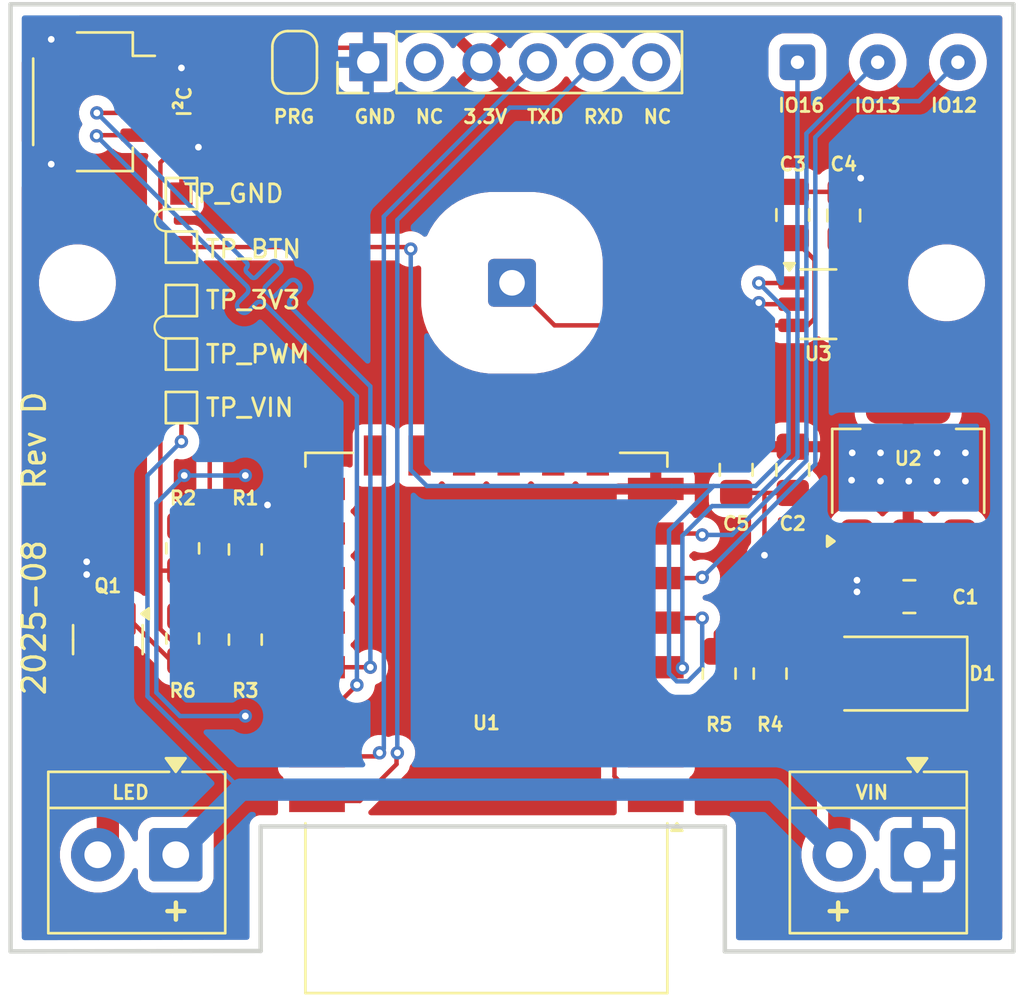
<source format=kicad_pcb>
(kicad_pcb (version 20241229) (generator "pcbnew") (generator_version "9.0")
  (layers (0 "F.Cu" signal) (2 "B.Cu" signal) (13 "F.Paste" user) (15 "B.Paste" user) (5 "F.SilkS" user "F.Silkscreen") (7 "B.SilkS" user "B.Silkscreen") (1 "F.Mask" user) (3 "B.Mask" user) (25 "Edge.Cuts" user))
  (net 0 "")
  (net 1 "GND")
  (net 2 "+12V")
  (net 3 "+3.3V")
  (net 4 "Net-(J1-Pin_2)")
  (net 5 "Net-(Q1-G)")
  (net 6 "Net-(U1-~{RST})")
  (net 7 "Net-(U1-EN)")
  (net 15 "Net-(J3-Pin_1)")
  (net 18 "TXD")
  (net 19 "RXD")
  (net 21 "Net-(D1-K)")
  (net 22 "SCL")
  (net 23 "SDA")
  (net 25 "IO12")
  (net 26 "IO13")
  (net 27 "PROG")
  (net 28 "PWM")
  (net 29 "/BOOT")
  (net 30 "TOUCH")
  (net 31 "IO16")
  (footprint "TerminalBlock_4Ucon:TerminalBlock_4Ucon_1x02_P3.50mm_Horizontal" (layer "F.Cu") (at 184.912 105.664 180)
    (property "Reference" "J1" (hide yes))
    (property "Value" "LED" (at 2.032 2.794 180) (layer "F.SilkS") (effects (font (size 0.6 0.6) (thickness 0.127) (bold yes))))
    (fp_line (start 5.72 3.72) (end 0.3 3.72) (stroke (width 0.12)) (layer "F.SilkS"))
    (fp_line (start 5.72 -3.52) (end 5.72 3.72) (stroke (width 0.12)) (layer "F.SilkS"))
    (fp_line (start -0.3 3.72) (end -2.22 3.72) (stroke (width 0.12)) (layer "F.SilkS"))
    (fp_line (start -2.22 3.72) (end -2.22 -3.52) (stroke (width 0.12)) (layer "F.SilkS"))
    (fp_line (start -2.22 2.1) (end 5.72 2.1) (stroke (width 0.12)) (layer "F.SilkS"))
    (fp_line (start -2.22 -3.52) (end 5.72 -3.52) (stroke (width 0.12)) (layer "F.SilkS"))
    (fp_poly (pts (xy 0 3.72) (xy 0.44 4.33) (xy -0.44 4.33)) (stroke (width 0.12)) (fill yes) (layer "F.SilkS"))
    (pad "1" thru_hole roundrect (at 0 0 180) (size 2.4 2.4) (drill 1.2) (layers "*.Cu" "*.Mask") (roundrect_rratio 0.104167) (net 2 "+12V"))
    (pad "2" thru_hole circle (at 3.5 0 180) (size 2.4 2.4) (drill 1.2) (layers "*.Cu" "*.Mask") (net 4 "Net-(J1-Pin_2)"))
  )
  (footprint "Package_TO_SOT_SMD:SOT-223-3_TabPin2" (layer "F.Cu") (at 217.778384 88.466598 90)
    (property "Reference" "U2" (at 0.582598 0 180) (layer "F.SilkS") (effects (font (size 0.6 0.6) (thickness 0.127))))
    (property "Value" "AMS1117-3.3" (hide yes))
    (fp_line (start 1.91 -3.41) (end 1.91 -2.15) (stroke (width 0.12)) (layer "F.SilkS"))
    (fp_line (start -1.85 -3.41) (end 1.91 -3.41) (stroke (width 0.12)) (layer "F.SilkS"))
    (fp_line (start 1.91 3.41) (end 1.91 2.15) (stroke (width 0.12)) (layer "F.SilkS"))
    (fp_line (start -1.85 3.41) (end 1.91 3.41) (stroke (width 0.12)) (layer "F.SilkS"))
    (fp_poly (pts (xy -3.13 -3.31) (xy -3.37 -3.64) (xy -2.89 -3.64) (xy -3.13 -3.31)) (stroke (width 0.12)) (fill yes) (layer "F.SilkS"))
    (pad "1" smd roundrect (at -3.15 -2.3 90) (size 2 1.5) (layers "F.Cu" "F.Mask" "F.Paste") (net 1 "GND"))
    (pad "2" smd roundrect (at -3.15 0 90) (size 2 1.5) (layers "F.Cu" "F.Mask" "F.Paste") (net 3 "+3.3V"))
    (pad "2" smd roundrect (at 3.15 0 90) (size 2 3.8) (layers "F.Cu" "F.Mask" "F.Paste") (net 3 "+3.3V"))
    (pad "3" smd roundrect (at -3.15 2.3 90) (size 2 1.5) (layers "F.Cu" "F.Mask" "F.Paste") (net 21 "Net-(D1-K)"))
  )
  (footprint "Capacitor_SMD:C_0805_2012Metric_Pad1.18x1.45mm_HandSolder" (layer "F.Cu") (at 212.598 88.392 -90)
    (property "Reference" "C2" (at 2.413 0 0) (layer "F.SilkS") (effects (font (size 0.6 0.6) (thickness 0.127))))
    (property "Value" "10µF" (hide yes))
    (fp_line (start -0.261252 0.735) (end 0.261252 0.735) (stroke (width 0.12)) (layer "F.SilkS"))
    (fp_line (start -0.261252 -0.735) (end 0.261252 -0.735) (stroke (width 0.12)) (layer "F.SilkS"))
    (pad "1" smd roundrect (at -1.0375 0 270) (size 1.175 1.45) (layers "F.Cu" "F.Mask" "F.Paste") (roundrect_rratio 0.212766) (net 3 "+3.3V"))
    (pad "2" smd roundrect (at 1.0375 0 270) (size 1.175 1.45) (layers "F.Cu" "F.Mask" "F.Paste") (roundrect_rratio 0.212766) (net 1 "GND"))
  )
  (footprint "Resistor_SMD:R_0805_2012Metric_Pad1.20x1.40mm_HandSolder" (layer "F.Cu") (at 209.296 97.536 -90)
    (property "Reference" "R5" (at 2.286 0 0) (layer "F.SilkS") (effects (font (size 0.6 0.6) (thickness 0.127))))
    (property "Value" "10k" (hide yes))
    (fp_line (start -0.227064 0.735) (end 0.227064 0.735) (stroke (width 0.12)) (layer "F.SilkS"))
    (fp_line (start -0.227064 -0.735) (end 0.227064 -0.735) (stroke (width 0.12)) (layer "F.SilkS"))
    (pad "1" smd roundrect (at -1 0 270) (size 1.2 1.4) (layers "F.Cu" "F.Mask" "F.Paste") (roundrect_rratio 0.208333) (net 3 "+3.3V"))
    (pad "2" smd roundrect (at 1 0 270) (size 1.2 1.4) (layers "F.Cu" "F.Mask" "F.Paste") (roundrect_rratio 0.208333) (net 7 "Net-(U1-EN)"))
  )
  (footprint "TerminalBlock_4Ucon:TerminalBlock_4Ucon_1x02_P3.50mm_Horizontal" (layer "F.Cu") (at 218.186 105.664 180)
    (property "Reference" "J2" (hide yes))
    (property "Value" "VIN" (at 2.032 2.794 180) (layer "F.SilkS") (effects (font (size 0.6 0.6) (thickness 0.127) (bold yes))))
    (fp_line (start 5.72 3.72) (end 0.3 3.72) (stroke (width 0.12)) (layer "F.SilkS"))
    (fp_line (start 5.72 -3.52) (end 5.72 3.72) (stroke (width 0.12)) (layer "F.SilkS"))
    (fp_line (start -0.3 3.72) (end -2.22 3.72) (stroke (width 0.12)) (layer "F.SilkS"))
    (fp_line (start -2.22 3.72) (end -2.22 -3.52) (stroke (width 0.12)) (layer "F.SilkS"))
    (fp_line (start -2.22 2.1) (end 5.72 2.1) (stroke (width 0.12)) (layer "F.SilkS"))
    (fp_line (start -2.22 -3.52) (end 5.72 -3.52) (stroke (width 0.12)) (layer "F.SilkS"))
    (fp_poly (pts (xy 0 3.72) (xy 0.44 4.33) (xy -0.44 4.33)) (stroke (width 0.12)) (fill yes) (layer "F.SilkS"))
    (pad "1" thru_hole roundrect (at 0 0 180) (size 2.4 2.4) (drill 1.2) (layers "*.Cu" "*.Mask") (roundrect_rratio 0.104167) (net 1 "GND"))
    (pad "2" thru_hole circle (at 3.5 0 180) (size 2.4 2.4) (drill 1.2) (layers "*.Cu" "*.Mask") (net 2 "+12V"))
  )
  (footprint "MountingHole:MountingHole_3.2mm_M3" (layer "F.Cu") (at 180.5 80)
    (property "Reference" "H1" (hide yes))
    (property "Value" "MountingHole" (hide yes))
    (pad "" np_thru_hole circle (at 0 0) (size 3.2 3.2) (drill 3.2) (layers "*.Cu" "*.Mask"))
  )
  (footprint "TestPoint:TestPoint_Pad_1.0x1.0mm" (layer "F.Cu") (at 185.166 75.9968)
    (property "Reference" "TP4" (hide yes))
    (property "Value" "TP_GND" (at 2.345547 0 0) (layer "F.SilkS") (effects (font (size 0.8 0.8) (thickness 0.127))))
    (fp_line (start -0.7 -0.7) (end 0.7 -0.7) (stroke (width 0.12)) (layer "F.SilkS"))
    (fp_line (start -0.7 0.7) (end -0.7 -0.7) (stroke (width 0.12)) (layer "F.SilkS"))
    (fp_line (start 0.7 -0.7) (end 0.7 0.7) (stroke (width 0.12)) (layer "F.SilkS"))
    (fp_line (start 0.7 0.7) (end -0.7 0.7) (stroke (width 0.12)) (layer "F.SilkS"))
    (pad "1" smd rect (at 0 0) (size 1 1) (layers "F.Cu" "F.Mask") (net 1 "GND"))
  )
  (footprint "TestPoint:TestPoint_Pad_1.0x1.0mm" (layer "F.Cu") (at 185.166 80.7974 90)
    (property "Reference" "TP3" (hide yes))
    (property "Value" "TP_3V3" (at 0.0254 1.016 180) (layer "F.SilkS") (effects (font (size 0.8 0.8) (thickness 0.127) (bold yes)) (justify left)))
    (fp_line (start 0.7 -0.7) (end 0.7 0.7) (stroke (width 0.12)) (layer "F.SilkS"))
    (fp_line (start -0.7 -0.7) (end 0.7 -0.7) (stroke (width 0.12)) (layer "F.SilkS"))
    (fp_line (start 0.7 0.7) (end -0.7 0.7) (stroke (width 0.12)) (layer "F.SilkS"))
    (fp_line (start -0.7 0.7) (end -0.7 -0.7) (stroke (width 0.12)) (layer "F.SilkS"))
    (pad "1" smd rect (at 0 0 90) (size 1 1) (layers "F.Cu" "F.Mask") (net 3 "+3.3V"))
  )
  (footprint "TestPoint:TestPoint_Pad_1.0x1.0mm" (layer "F.Cu") (at 185.166 85.598)
    (property "Reference" "TP5" (hide yes))
    (property "Value" "TP_VIN" (at 1.016 0 0) (layer "F.SilkS") (effects (font (size 0.8 0.8) (thickness 0.127)) (justify left)))
    (fp_line (start -0.7 -0.7) (end 0.7 -0.7) (stroke (width 0.12)) (layer "F.SilkS"))
    (fp_line (start -0.7 0.7) (end -0.7 -0.7) (stroke (width 0.12)) (layer "F.SilkS"))
    (fp_line (start 0.7 -0.7) (end 0.7 0.7) (stroke (width 0.12)) (layer "F.SilkS"))
    (fp_line (start 0.7 0.7) (end -0.7 0.7) (stroke (width 0.12)) (layer "F.SilkS"))
    (pad "1" smd rect (at 0 0) (size 1 1) (layers "F.Cu" "F.Mask") (net 2 "+12V"))
  )
  (footprint "Capacitor_SMD:C_0805_2012Metric_Pad1.18x1.45mm_HandSolder" (layer "F.Cu") (at 214.884 76.9785 90)
    (property "Reference" "C4" (at 2.3025 0 0) (layer "F.SilkS") (effects (font (size 0.6 0.6) (thickness 0.127) (bold yes))))
    (property "Value" "1 µF" (hide yes))
    (fp_line (start -0.261252 -0.735) (end 0.261252 -0.735) (stroke (width 0.12)) (layer "F.SilkS"))
    (fp_line (start -0.261252 0.735) (end 0.261252 0.735) (stroke (width 0.12)) (layer "F.SilkS"))
    (pad "1" smd roundrect (at -1.0375 0 90) (size 1.175 1.45) (layers "F.Cu" "F.Mask" "F.Paste") (roundrect_rratio 0.212766) (net 3 "+3.3V"))
    (pad "2" smd roundrect (at 1.0375 0 90) (size 1.175 1.45) (layers "F.Cu" "F.Mask" "F.Paste") (roundrect_rratio 0.212766) (net 1 "GND"))
  )
  (footprint "Connector_JST:JST_SH_SM04B-SRSS-TB_1x04-1MP_P1.00mm_Horizontal" (layer "F.Cu") (at 181.199 71.876 -90)
    (property "Reference" "J5" (hide yes))
    (property "Value" "I²C" (at 0 -4.094 90) (layer "F.SilkS") (effects (font (size 0.6 0.6) (thickness 0.127))))
    (fp_line (start -1.94 2.685) (end 1.94 2.685) (stroke (width 0.12)) (layer "F.SilkS"))
    (fp_line (start -3.11 0.715) (end -3.11 -1.785) (stroke (width 0.12)) (layer "F.SilkS"))
    (fp_line (start 3.11 0.715) (end 3.11 -1.785) (stroke (width 0.12)) (layer "F.SilkS"))
    (fp_line (start -3.11 -1.785) (end -2.06 -1.785) (stroke (width 0.12)) (layer "F.SilkS"))
    (fp_line (start -2.06 -1.785) (end -2.06 -2.775) (stroke (width 0.12)) (layer "F.SilkS"))
    (fp_line (start 3.11 -1.785) (end 2.06 -1.785) (stroke (width 0.12)) (layer "F.SilkS"))
    (pad "1" smd roundrect (at -1.5 -2 270) (size 0.6 1.55) (layers "F.Cu" "F.Mask" "F.Paste") (net 1 "GND"))
    (pad "2" smd roundrect (at -0.5 -2 270) (size 0.6 1.55) (layers "F.Cu" "F.Mask" "F.Paste") (net 3 "+3.3V"))
    (pad "3" smd roundrect (at 0.5 -2 270) (size 0.6 1.55) (layers "F.Cu" "F.Mask" "F.Paste") (net 23 "SDA"))
    (pad "4" smd roundrect (at 1.5 -2 270) (size 0.6 1.55) (layers "F.Cu" "F.Mask" "F.Paste") (net 22 "SCL"))
    (pad "MP" smd roundrect (at -2.8 1.875 270) (size 1.2 1.8) (layers "F.Cu" "F.Mask" "F.Paste") (roundrect_rratio 0.208333) (net 1 "GND"))
    (pad "MP" smd roundrect (at 2.8 1.875 270) (size 1.2 1.8) (layers "F.Cu" "F.Mask" "F.Paste") (roundrect_rratio 0.208333) (net 1 "GND"))
  )
  (footprint "Diode_SMD:D_SMA" (layer "F.Cu") (at 216.916 97.536 180)
    (property "Reference" "D1" (at -4.191 0 0) (layer "F.SilkS") (effects (font (size 0.6 0.6) (thickness 0.127))))
    (property "Value" "SS14" (hide yes))
    (fp_line (start -3.51 1.65) (end 2 1.65) (stroke (width 0.12)) (layer "F.SilkS"))
    (fp_line (start -3.51 -1.65) (end 2 -1.65) (stroke (width 0.12)) (layer "F.SilkS"))
    (fp_line (start -3.51 -1.65) (end -3.51 1.65) (stroke (width 0.12)) (layer "F.SilkS"))
    (pad "1" smd roundrect (at -2 0 180) (size 2.5 1.8) (layers "F.Cu" "F.Mask" "F.Paste") (roundrect_rratio 0.1388888889) (net 21 "Net-(D1-K)"))
    (pad "2" smd roundrect (at 2 0 180) (size 2.5 1.8) (layers "F.Cu" "F.Mask" "F.Paste") (roundrect_rratio 0.1388888889) (net 2 "+12V"))
  )
  (footprint "Resistor_SMD:R_0805_2012Metric_Pad1.20x1.40mm_HandSolder" (layer "F.Cu") (at 188.0335 96.012 90)
    (property "Reference" "R3" (at -2.286 0 180) (layer "F.SilkS") (effects (font (size 0.6 0.6) (thickness 0.127))))
    (property "Value" "10k" (hide yes))
    (fp_line (start -0.227064 -0.735) (end 0.227064 -0.735) (stroke (width 0.12)) (layer "F.SilkS"))
    (fp_line (start -0.227064 0.735) (end 0.227064 0.735) (stroke (width 0.12)) (layer "F.SilkS"))
    (pad "1" smd roundrect (at -1 0 90) (size 1.2 1.4) (layers "F.Cu" "F.Mask" "F.Paste") (roundrect_rratio 0.208333) (net 3 "+3.3V"))
    (pad "2" smd roundrect (at 1 0 90) (size 1.2 1.4) (layers "F.Cu" "F.Mask" "F.Paste") (roundrect_rratio 0.208333) (net 29 "/BOOT"))
  )
  (footprint "TestPoint:TestPoint_Pad_1.0x1.0mm" (layer "F.Cu") (at 185.166 83.1977 90)
    (property "Reference" "TP1" (hide yes))
    (property "Value" "TP_PWM" (at 0 1.016 180) (layer "F.SilkS") (effects (font (size 0.8 0.8) (thickness 0.127) (bold yes)) (justify left)))
    (fp_line (start 0.7 -0.7) (end 0.7 0.7) (stroke (width 0.12)) (layer "F.SilkS"))
    (fp_line (start -0.7 -0.7) (end 0.7 -0.7) (stroke (width 0.12)) (layer "F.SilkS"))
    (fp_line (start 0.7 0.7) (end -0.7 0.7) (stroke (width 0.12)) (layer "F.SilkS"))
    (fp_line (start -0.7 0.7) (end -0.7 -0.7) (stroke (width 0.12)) (layer "F.SilkS"))
    (pad "1" smd rect (at 0 0 90) (size 1 1) (layers "F.Cu" "F.Mask") (net 28 "PWM"))
  )
  (footprint "Jumper:SolderJumper-2_P1.3mm_Bridged_RoundedPad1.0x1.5mm" (layer "F.Cu") (at 190.246 70.104 90)
    (property "Reference" "JP1" (hide yes))
    (property "Value" "PROG" (hide yes))
    (fp_poly (pts (xy 0.25 -0.3) (xy -0.25 -0.3) (xy -0.25 0.3) (xy 0.25 0.3)) (fill yes) (layer "F.Cu"))
    (fp_line (start -0.7 -1) (end 0.7 -1) (stroke (width 0.12)) (layer "F.SilkS"))
    (fp_line (start 1.4 -0.3) (end 1.4 0.3) (stroke (width 0.12)) (layer "F.SilkS"))
    (fp_line (start -1.4 0.3) (end -1.4 -0.3) (stroke (width 0.12)) (layer "F.SilkS"))
    (fp_line (start 0.7 1) (end -0.7 1) (stroke (width 0.12)) (layer "F.SilkS"))
    (fp_arc (start 0.7 -1) (mid 1.194975 -0.794975) (end 1.4 -0.3) (stroke (width 0.12)) (layer "F.SilkS"))
    (fp_arc (start -1.4 -0.3) (mid -1.194975 -0.794975) (end -0.7 -1) (stroke (width 0.12)) (layer "F.SilkS"))
    (fp_arc (start 1.4 0.3) (mid 1.194975 0.794975) (end 0.7 1) (stroke (width 0.12)) (layer "F.SilkS"))
    (fp_arc (start -0.7 1) (mid -1.194975 0.794975) (end -1.4 0.3) (stroke (width 0.12)) (layer "F.SilkS"))
    (pad "1" smd custom (at -0.65 0 90) (size 1 0.5) (layers "F.Cu" "F.Mask") (net 27 "PROG") (options (clearance outline) (anchor rect)) (primitives (gr_circle (center 0 0.25) (end 0.5 0.25) (width 0) (fill yes)) (gr_circle (center 0 -0.25) (end 0.5 -0.25) (width 0) (fill yes)) (gr_poly (pts (xy 0.5 0.75) (xy 0 0.75) (xy 0 -0.75) (xy 0.5 -0.75)) (width 0) (fill yes))))
    (pad "2" smd custom (at 0.65 0 90) (size 1 0.5) (layers "F.Cu" "F.Mask") (net 1 "GND") (options (clearance outline) (anchor rect)) (primitives (gr_circle (center 0 0.25) (end 0.5 0.25) (width 0) (fill yes)) (gr_circle (center 0 -0.25) (end 0.5 -0.25) (width 0) (fill yes)) (gr_poly (pts (xy 0 0.75) (xy -0.5 0.75) (xy -0.5 -0.75) (xy 0 -0.75)) (width 0) (fill yes))))
  )
  (footprint "Connector_Wire:SolderWire-0.1sqmm_1x03_P3.6mm_D0.4mm_OD1mm" (layer "F.Cu") (at 212.808 70.104)
    (property "Reference" "J6" (hide yes))
    (property "Value" "SPI" (hide yes))
    (pad "1" thru_hole roundrect (at 0 0) (size 1.6 1.6) (drill 0.6) (layers "*.Cu" "*.Mask") (roundrect_rratio 0.15625) (net 31 "IO16"))
    (pad "2" thru_hole circle (at 3.6 0) (size 1.6 1.6) (drill 0.6) (layers "*.Cu" "*.Mask") (net 26 "IO13"))
    (pad "3" thru_hole circle (at 7.2 0) (size 1.6 1.6) (drill 0.6) (layers "*.Cu" "*.Mask") (net 25 "IO12"))
  )
  (footprint "Package_TO_SOT_SMD:SOT-23-6" (layer "F.Cu") (at 213.7465 80.96)
    (property "Reference" "U3" (at 0 2.225 0) (layer "F.SilkS") (effects (font (size 0.6 0.6) (thickness 0.127))))
    (property "Value" "TTP223-BA6" (hide yes))
    (fp_line (start 0 -1.56) (end -0.8 -1.56) (stroke (width 0.12)) (layer "F.SilkS"))
    (fp_line (start 0 -1.56) (end 0.8 -1.56) (stroke (width 0.12)) (layer "F.SilkS"))
    (fp_line (start 0 1.56) (end -0.8 1.56) (stroke (width 0.12)) (layer "F.SilkS"))
    (fp_line (start 0 1.56) (end 0.8 1.56) (stroke (width 0.12)) (layer "F.SilkS"))
    (fp_poly (pts (xy -1.3 -1.51) (xy -1.54 -1.84) (xy -1.06 -1.84)) (stroke (width 0.12)) (fill yes) (layer "F.SilkS"))
    (pad "1" smd roundrect (at -1.1375 -0.95) (size 1.325 0.6) (layers "F.Cu" "F.Mask" "F.Paste") (net 30 "TOUCH"))
    (pad "2" smd roundrect (at -1.1375 0) (size 1.325 0.6) (layers "F.Cu" "F.Mask" "F.Paste") (net 1 "GND"))
    (pad "3" smd roundrect (at -1.1375 0.95) (size 1.325 0.6) (layers "F.Cu" "F.Mask" "F.Paste") (net 15 "Net-(J3-Pin_1)"))
    (pad "4" smd roundrect (at 1.1375 0.95) (size 1.325 0.6) (layers "F.Cu" "F.Mask" "F.Paste"))
    (pad "5" smd roundrect (at 1.1375 0) (size 1.325 0.6) (layers "F.Cu" "F.Mask" "F.Paste") (net 3 "+3.3V"))
    (pad "6" smd roundrect (at 1.1375 -0.95) (size 1.325 0.6) (layers "F.Cu" "F.Mask" "F.Paste"))
  )
  (footprint "Capacitor_SMD:C_0805_2012Metric_Pad1.18x1.45mm_HandSolder" (layer "F.Cu") (at 217.8304 94.0816 180)
    (property "Reference" "C1" (at -2.5146 -0.0254 180) (layer "F.SilkS") (effects (font (size 0.6 0.6) (thickness 0.127))))
    (property "Value" "10 µF" (hide yes))
    (fp_line (start -0.261252 0.735) (end 0.261252 0.735) (stroke (width 0.12)) (layer "F.SilkS"))
    (fp_line (start -0.261252 -0.735) (end 0.261252 -0.735) (stroke (width 0.12)) (layer "F.SilkS"))
    (pad "1" smd roundrect (at -1.0375 0 180) (size 1.175 1.45) (layers "F.Cu" "F.Mask" "F.Paste") (roundrect_rratio 0.212766) (net 21 "Net-(D1-K)"))
    (pad "2" smd roundrect (at 1.0375 0 180) (size 1.175 1.45) (layers "F.Cu" "F.Mask" "F.Paste") (roundrect_rratio 0.212766) (net 1 "GND"))
  )
  (footprint "TestPoint:TestPoint_Pad_1.0x1.0mm" (layer "F.Cu") (at 185.166 78.3971 90)
    (property "Reference" "TP2" (hide yes))
    (property "Value" "TP_BTN" (at -0.0889 1.016 180) (layer "F.SilkS") (effects (font (size 0.8 0.8) (thickness 0.127) (bold yes)) (justify left)))
    (fp_line (start 0.7 -0.7) (end 0.7 0.7) (stroke (width 0.12)) (layer "F.SilkS"))
    (fp_line (start -0.7 -0.7) (end 0.7 -0.7) (stroke (width 0.12)) (layer "F.SilkS"))
    (fp_line (start 0.7 0.7) (end -0.7 0.7) (stroke (width 0.12)) (layer "F.SilkS"))
    (fp_line (start -0.7 0.7) (end -0.7 -0.7) (stroke (width 0.12)) (layer "F.SilkS"))
    (pad "1" smd rect (at 0 0 90) (size 1 1) (layers "F.Cu" "F.Mask") (net 30 "TOUCH"))
  )
  (footprint "RF_Module:ESP-12E" (layer "F.Cu") (at 198.85 99.75 180)
    (property "Reference" "U1" (at 0 0 0) (layer "F.SilkS") (effects (font (size 0.6 0.6) (thickness 0.127))))
    (property "Value" "ESP-12E" (hide yes))
    (fp_line (start 8.12 12.12) (end 6 12.12) (stroke (width 0.12)) (layer "F.SilkS"))
    (fp_line (start 8.12 11.5) (end 8.12 12.12) (stroke (width 0.12)) (layer "F.SilkS"))
    (fp_line (start 8.12 -12.12) (end 8.12 -4.5) (stroke (width 0.12)) (layer "F.SilkS"))
    (fp_line (start -6 12.12) (end -8.12 12.12) (stroke (width 0.12)) (layer "F.SilkS"))
    (fp_line (start -8.12 12.12) (end -8.12 11.5) (stroke (width 0.12)) (layer "F.SilkS"))
    (fp_line (start -8.12 -4.5) (end -8.12 -12.12) (stroke (width 0.12)) (layer "F.SilkS"))
    (fp_line (start -8.12 -12.12) (end 8.12 -12.12) (stroke (width 0.12)) (layer "F.SilkS"))
    (fp_poly (pts (xy -8.55 -4.5) (xy -8.79 -4.836) (xy -8.31 -4.836) (xy -8.55 -4.5)) (stroke (width 0.12)) (fill yes) (layer "F.SilkS"))
    (pad "1" smd rect (at -7.6 -3.5 180) (size 2.5 1) (layers "F.Cu" "F.Mask" "F.Paste") (net 6 "Net-(U1-~{RST})"))
    (pad "2" smd rect (at -7.6 -1.5 180) (size 2.5 1) (layers "F.Cu" "F.Mask" "F.Paste"))
    (pad "3" smd rect (at -7.6 0.5 180) (size 2.5 1) (layers "F.Cu" "F.Mask" "F.Paste") (net 7 "Net-(U1-EN)"))
    (pad "4" smd rect (at -7.6 2.5 180) (size 2.5 1) (layers "F.Cu" "F.Mask" "F.Paste") (net 31 "IO16"))
    (pad "5" smd rect (at -7.6 4.5 180) (size 2.5 1) (layers "F.Cu" "F.Mask" "F.Paste") (net 30 "TOUCH"))
    (pad "6" smd rect (at -7.6 6.5 180) (size 2.5 1) (layers "F.Cu" "F.Mask" "F.Paste") (net 25 "IO12"))
    (pad "7" smd rect (at -7.6 8.5 180) (size 2.5 1) (layers "F.Cu" "F.Mask" "F.Paste") (net 26 "IO13"))
    (pad "8" smd rect (at -7.6 10.5 180) (size 2.5 1) (layers "F.Cu" "F.Mask" "F.Paste") (net 3 "+3.3V"))
    (pad "9" smd rect (at -5 12 180) (size 1 1.8) (layers "F.Cu" "F.Mask" "F.Paste"))
    (pad "10" smd rect (at -3 12 180) (size 1 1.8) (layers "F.Cu" "F.Mask" "F.Paste"))
    (pad "11" smd rect (at -1 12 180) (size 1 1.8) (layers "F.Cu" "F.Mask" "F.Paste"))
    (pad "12" smd rect (at 1 12 180) (size 1 1.8) (layers "F.Cu" "F.Mask" "F.Paste"))
    (pad "13" smd rect (at 3 12 180) (size 1 1.8) (layers "F.Cu" "F.Mask" "F.Paste"))
    (pad "14" smd rect (at 5 12 180) (size 1 1.8) (layers "F.Cu" "F.Mask" "F.Paste"))
    (pad "15" smd rect (at 7.6 10.5 180) (size 2.5 1) (layers "F.Cu" "F.Mask" "F.Paste") (net 1 "GND"))
    (pad "16" smd rect (at 7.6 8.5 180) (size 2.5 1) (layers "F.Cu" "F.Mask" "F.Paste") (net 28 "PWM"))
    (pad "17" smd rect (at 7.6 6.5 180) (size 2.5 1) (layers "F.Cu" "F.Mask" "F.Paste") (net 29 "/BOOT"))
    (pad "18" smd rect (at 7.6 4.5 180) (size 2.5 1) (layers "F.Cu" "F.Mask" "F.Paste") (net 27 "PROG"))
    (pad "19" smd rect (at 7.6 2.5 180) (size 2.5 1) (layers "F.Cu" "F.Mask" "F.Paste") (net 23 "SDA"))
    (pad "20" smd rect (at 7.6 0.5 180) (size 2.5 1) (layers "F.Cu" "F.Mask" "F.Paste") (net 22 "SCL"))
    (pad "21" smd rect (at 7.6 -1.5 180) (size 2.5 1) (layers "F.Cu" "F.Mask" "F.Paste") (net 19 "RXD"))
    (pad "22" smd rect (at 7.6 -3.5 180) (size 2.5 1) (layers "F.Cu" "F.Mask" "F.Paste") (net 18 "TXD"))
    (zone (net 0) (net_name "") (layers "F.Cu" "B.Cu") (connect_pads (clearance 0)) (min_thickness 0.254)
      (keepout (tracks not_allowed) (vias not_allowed) (pads not_allowed) (copperpour not_allowed) (footprints not_allowed))
      (fill (thermal_gap 0.508) (thermal_bridge_width 0.508))
      (polygon (pts (xy 206.97 104.55) (xy 190.73 104.55) (xy 190.73 111.87) (xy 206.97 111.87)))
    )
  )
  (footprint "Resistor_SMD:R_0805_2012Metric_Pad1.20x1.40mm_HandSolder" (layer "F.Cu") (at 211.582 97.536 -90)
    (property "Reference" "R4" (at 2.286 0 180) (layer "F.SilkS") (effects (font (size 0.6 0.6) (thickness 0.127))))
    (property "Value" "10k" (hide yes))
    (fp_line (start -0.227064 0.735) (end 0.227064 0.735) (stroke (width 0.12)) (layer "F.SilkS"))
    (fp_line (start -0.227064 -0.735) (end 0.227064 -0.735) (stroke (width 0.12)) (layer "F.SilkS"))
    (pad "1" smd roundrect (at -1 0 270) (size 1.2 1.4) (layers "F.Cu" "F.Mask" "F.Paste") (roundrect_rratio 0.208333) (net 3 "+3.3V"))
    (pad "2" smd roundrect (at 1 0 270) (size 1.2 1.4) (layers "F.Cu" "F.Mask" "F.Paste") (roundrect_rratio 0.208333) (net 6 "Net-(U1-~{RST})"))
  )
  (footprint "Connector_PinHeader_2.54mm:PinHeader_1x06_P2.54mm_Vertical" (layer "F.Cu") (at 193.548 70.104 90)
    (property "Reference" "J4" (hide yes))
    (property "Value" "UART" (hide yes))
    (fp_line (start -1.38 -1.38) (end 0 -1.38) (stroke (width 0.12)) (layer "F.SilkS"))
    (fp_line (start -1.38 0) (end -1.38 -1.38) (stroke (width 0.12)) (layer "F.SilkS"))
    (fp_line (start 1.38 1.27) (end 1.38 14.08) (stroke (width 0.12)) (layer "F.SilkS"))
    (fp_line (start -1.38 1.27) (end 1.38 1.27) (stroke (width 0.12)) (layer "F.SilkS"))
    (fp_line (start -1.38 1.27) (end -1.38 14.08) (stroke (width 0.12)) (layer "F.SilkS"))
    (fp_line (start -1.38 14.08) (end 1.38 14.08) (stroke (width 0.12)) (layer "F.SilkS"))
    (pad "1" thru_hole rect (at 0 0 90) (size 1.7 1.7) (drill 1) (layers "*.Cu" "*.Mask") (net 1 "GND"))
    (pad "2" thru_hole circle (at 0 2.54 90) (size 1.7 1.7) (drill 1) (layers "*.Cu" "*.Mask"))
    (pad "3" thru_hole circle (at 0 5.08 90) (size 1.7 1.7) (drill 1) (layers "*.Cu" "*.Mask") (net 3 "+3.3V"))
    (pad "4" thru_hole circle (at 0 7.62 90) (size 1.7 1.7) (drill 1) (layers "*.Cu" "*.Mask") (net 19 "RXD"))
    (pad "5" thru_hole circle (at 0 10.16 90) (size 1.7 1.7) (drill 1) (layers "*.Cu" "*.Mask") (net 18 "TXD"))
    (pad "6" thru_hole circle (at 0 12.7 90) (size 1.7 1.7) (drill 1) (layers "*.Cu" "*.Mask"))
  )
  (footprint "Resistor_SMD:R_0805_2012Metric_Pad1.20x1.40mm_HandSolder" (layer "F.Cu") (at 185.2235 95.96 -90)
    (property "Reference" "R6" (at 2.338 0 180) (layer "F.SilkS") (effects (font (size 0.6 0.6) (thickness 0.127))))
    (property "Value" "330" (hide yes))
    (fp_line (start -0.227064 0.735) (end 0.227064 0.735) (stroke (width 0.12)) (layer "F.SilkS"))
    (fp_line (start -0.227064 -0.735) (end 0.227064 -0.735) (stroke (width 0.12)) (layer "F.SilkS"))
    (pad "1" smd roundrect (at -1 0 270) (size 1.2 1.4) (layers "F.Cu" "F.Mask" "F.Paste") (roundrect_rratio 0.208333) (net 28 "PWM"))
    (pad "2" smd roundrect (at 1 0 270) (size 1.2 1.4) (layers "F.Cu" "F.Mask" "F.Paste") (roundrect_rratio 0.208333) (net 5 "Net-(Q1-G)"))
  )
  (footprint "Capacitor_SMD:C_0805_2012Metric_Pad1.18x1.45mm_HandSolder" (layer "F.Cu") (at 212.598 76.957 -90)
    (property "Reference" "C3" (at -2.281 0 180) (layer "F.SilkS") (effects (font (size 0.6 0.6) (thickness 0.127))))
    (property "Value" "22pF" (hide yes))
    (fp_line (start -0.261252 0.735) (end 0.261252 0.735) (stroke (width 0.12)) (layer "F.SilkS"))
    (fp_line (start -0.261252 -0.735) (end 0.261252 -0.735) (stroke (width 0.12)) (layer "F.SilkS"))
    (pad "1" smd roundrect (at -1.0375 0 270) (size 1.175 1.45) (layers "F.Cu" "F.Mask" "F.Paste") (roundrect_rratio 0.212766) (net 1 "GND"))
    (pad "2" smd roundrect (at 1.0375 0 270) (size 1.175 1.45) (layers "F.Cu" "F.Mask" "F.Paste") (roundrect_rratio 0.212766) (net 15 "Net-(J3-Pin_1)"))
  )
  (footprint "Connector_Wire:SolderWire-0.5sqmm_1x01_D0.9mm_OD2.1mm" (layer "F.Cu") (at 200 80)
    (property "Reference" "J3" (hide yes))
    (property "Value" "Touch" (hide yes))
    (pad "1" thru_hole roundrect (at 0 0) (size 2.15 2.15) (drill 1.15) (layers "*.Cu" "*.Mask") (roundrect_rratio 0.116279) (net 15 "Net-(J3-Pin_1)") (clearance 3))
  )
  (footprint "MountingHole:MountingHole_3.2mm_M3" (layer "F.Cu") (at 219.5 80)
    (property "Reference" "H2" (hide yes))
    (property "Value" "MountingHole" (hide yes))
    (pad "" np_thru_hole circle (at 0 0) (size 3.2 3.2) (drill 3.2) (layers "*.Cu" "*.Mask"))
  )
  (footprint "Resistor_SMD:R_0805_2012Metric_Pad1.20x1.40mm_HandSolder" (layer "F.Cu") (at 185.2235 91.916 -90)
    (property "Reference" "R2" (at -2.254 -0.016 180) (layer "F.SilkS") (effects (font (size 0.6 0.6) (thickness 0.127))))
    (property "Value" "10k" (hide yes))
    (fp_line (start -0.227064 0.735) (end 0.227064 0.735) (stroke (width 0.12)) (layer "F.SilkS"))
    (fp_line (start -0.227064 -0.735) (end 0.227064 -0.735) (stroke (width 0.12)) (layer "F.SilkS"))
    (pad "1" smd roundrect (at -1 0 270) (size 1.2 1.4) (layers "F.Cu" "F.Mask" "F.Paste") (roundrect_rratio 0.208333) (net 3 "+3.3V"))
    (pad "2" smd roundrect (at 1 0 270) (size 1.2 1.4) (layers "F.Cu" "F.Mask" "F.Paste") (roundrect_rratio 0.208333) (net 27 "PROG"))
  )
  (footprint "Package_TO_SOT_SMD:SOT-23" (layer "F.Cu") (at 181.864 96.012 -90)
    (property "Reference" "Q1" (at -2.413 0 0) (layer "F.SilkS") (effects (font (size 0.6 0.6) (thickness 0.127))))
    (property "Value" "BSS138" (hide yes))
    (fp_line (start 0 1.56) (end -0.65 1.56) (stroke (width 0.12)) (layer "F.SilkS"))
    (fp_line (start 0 1.56) (end 0.65 1.56) (stroke (width 0.12)) (layer "F.SilkS"))
    (fp_line (start 0 -1.56) (end -0.65 -1.56) (stroke (width 0.12)) (layer "F.SilkS"))
    (fp_line (start 0 -1.56) (end 0.65 -1.56) (stroke (width 0.12)) (layer "F.SilkS"))
    (fp_poly (pts (xy -1.1625 -1.51) (xy -1.4025 -1.84) (xy -0.9225 -1.84)) (stroke (width 0.12)) (fill yes) (layer "F.SilkS"))
    (pad "1" smd roundrect (at -0.9375 -0.95 270) (size 1.475 0.6) (layers "F.Cu" "F.Mask" "F.Paste") (net 5 "Net-(Q1-G)"))
    (pad "2" smd roundrect (at -0.9375 0.95 270) (size 1.475 0.6) (layers "F.Cu" "F.Mask" "F.Paste") (net 1 "GND"))
    (pad "3" smd roundrect (at 0.9375 0 270) (size 1.475 0.6) (layers "F.Cu" "F.Mask" "F.Paste") (net 4 "Net-(J1-Pin_2)"))
  )
  (footprint "Resistor_SMD:R_0805_2012Metric_Pad1.20x1.40mm_HandSolder" (layer "F.Cu") (at 188.0335 91.964 90)
    (property "Reference" "R1" (at 2.302 0 180) (layer "F.SilkS") (effects (font (size 0.6 0.6) (thickness 0.127))))
    (property "Value" "10k" (hide yes))
    (fp_line (start -0.227064 -0.735) (end 0.227064 -0.735) (stroke (width 0.12)) (layer "F.SilkS"))
    (fp_line (start -0.227064 0.735) (end 0.227064 0.735) (stroke (width 0.12)) (layer "F.SilkS"))
    (pad "1" smd roundrect (at -1 0 90) (size 1.2 1.4) (layers "F.Cu" "F.Mask" "F.Paste") (roundrect_rratio 0.208333) (net 28 "PWM"))
    (pad "2" smd roundrect (at 1 0 90) (size 1.2 1.4) (layers "F.Cu" "F.Mask" "F.Paste") (roundrect_rratio 0.208333) (net 1 "GND"))
  )
  (footprint "Capacitor_SMD:C_0805_2012Metric_Pad1.18x1.45mm_HandSolder" (layer "F.Cu") (at 210.058 88.392 -90)
    (property "Reference" "C5" (at 2.413 0 180) (layer "F.SilkS") (effects (font (size 0.6 0.6) (thickness 0.127))))
    (property "Value" "1 µF" (hide yes))
    (fp_line (start -0.261252 0.735) (end 0.261252 0.735) (stroke (width 0.12)) (layer "F.SilkS"))
    (fp_line (start -0.261252 -0.735) (end 0.261252 -0.735) (stroke (width 0.12)) (layer "F.SilkS"))
    (pad "1" smd roundrect (at -1.0375 0 270) (size 1.175 1.45) (layers "F.Cu" "F.Mask" "F.Paste") (roundrect_rratio 0.212766) (net 3 "+3.3V"))
    (pad "2" smd roundrect (at 1.0375 0 270) (size 1.175 1.45) (layers "F.Cu" "F.Mask" "F.Paste") (roundrect_rratio 0.212766) (net 1 "GND"))
  )
  (gr_rect (start 214.757 86.4235) (end 220.853 90.17) (stroke (width 0.2)) (fill yes) (layer "B.Cu") (net 3))
  (gr_arc (start 184.466 82.4977) (mid 183.961139 81.992632) (end 184.465996 81.48756) (stroke (width 0.1)) (layer "F.SilkS"))
  (gr_arc (start 184.466 77.6814) (mid 183.9737 77.1891) (end 184.466 76.6968) (stroke (width 0.1)) (layer "F.SilkS"))
  (gr_line (start 188.722 104.394) (end 188.722 109.982) (stroke (width 0.2)) (layer "Edge.Cuts"))
  (gr_line (start 188.722 109.982) (end 177.5 110) (stroke (width 0.2)) (layer "Edge.Cuts"))
  (gr_line (start 222.5 110) (end 209.55 110) (stroke (width 0.2)) (layer "Edge.Cuts"))
  (gr_line (start 222.5 67.5) (end 222.5 110) (stroke (width 0.2)) (layer "Edge.Cuts"))
  (gr_line (start 209.55 104.394) (end 188.722 104.394) (stroke (width 0.2)) (layer "Edge.Cuts"))
  (gr_line (start 177.5 110) (end 177.5 67.5) (stroke (width 0.2)) (layer "Edge.Cuts"))
  (gr_line (start 209.55 110) (end 209.55 104.394) (stroke (width 0.2)) (layer "Edge.Cuts"))
  (gr_line (start 177.5 67.5) (end 222.5 67.5) (stroke (width 0.2)) (layer "Edge.Cuts"))
  (gr_text "2025-08   Rev D" (at 178.562 91.694 90) (layer "F.SilkS") (effects (font (size 1 1))))
  (gr_text "IO16   IO13   IO12" (at 216.408 72.39 0) (layer "F.SilkS") (effects (font (size 0.6 0.6) (thickness 0.127) (bold yes)) (justify bottom)))
  (gr_text "+" (at 214.122 107.442 270) (layer "F.SilkS") (effects (font (size 1 1) (thickness 0.2) (bold yes)) (justify left bottom)))
  (gr_text "+" (at 184.404 107.442 270) (layer "F.SilkS") (effects (font (size 1 1) (thickness 0.2) (bold yes)) (justify left bottom)))
  (gr_text "PRG    GND  NC  3.3V  TXD  RXD  NC" (at 189.23 72.898 0) (layer "F.SilkS") (effects (font (size 0.6 0.6) (thickness 0.127) (bold yes)) (justify left bottom)))
  (segment (start 211.14 80.96) (end 211.074 80.894) (width 0.2) (layer "F.Cu") (net 1))
  (segment (start 211.328 89.4295) (end 212.598 89.4295) (width 0.2) (layer "F.Cu") (net 1))
  (segment (start 214.8625 75.9195) (end 214.884 75.941) (width 0.2) (layer "F.Cu") (net 1))
  (segment (start 185.166 74.676) (end 185.928 73.914) (width 0.2) (layer "F.Cu") (net 1))
  (segment (start 215.478384 91.616598) (end 215.478384 93.345) (width 1) (layer "F.Cu") (net 1))
  (segment (start 185.166 75.9968) (end 185.166 74.676) (width 0.2) (layer "F.Cu") (net 1))
  (segment (start 185.148 70.376) (end 185.166 70.358) (width 0.2) (layer "F.Cu") (net 1))
  (segment (start 212.609 80.96) (end 211.14 80.96) (width 0.2) (layer "F.Cu") (net 1))
  (segment (start 180.914 93.091) (end 180.914 92.517) (width 1) (layer "F.Cu") (net 1))
  (segment (start 212.598 75.9195) (end 214.8625 75.9195) (width 0.2) (layer "F.Cu") (net 1))
  (segment (start 214.9055 75.56) (end 214.9055 75.7495) (width 0.2) (layer "F.Cu") (net 1))
  (segment (start 215.478384 93.868216) (end 215.691768 94.0816) (width 1) (layer "F.Cu") (net 1))
  (segment (start 190.246 69.454) (end 192.898 69.454) (width 0.2) (layer "F.Cu") (net 1))
  (segment (start 189.02875 89.96875) (end 188.0335 90.964) (width 0.2) (layer "F.Cu") (net 1))
  (segment (start 189.7475 89.25) (end 189.02875 89.96875) (width 0.2) (layer "F.Cu") (net 1))
  (segment (start 191.25 89.25) (end 189.7475 89.25) (width 0.2) (layer "F.Cu") (net 1))
  (segment (start 180.914 95.0745) (end 180.914 93.091) (width 1) (layer "F.Cu") (net 1))
  (segment (start 215.478384 93.345) (end 215.478384 93.868216) (width 1) (layer "F.Cu") (net 1))
  (segment (start 215.691768 94.0816) (end 216.7929 94.0816) (width 1) (layer "F.Cu") (net 1))
  (segment (start 192.898 69.454) (end 193.548 70.104) (width 0.2) (layer "F.Cu") (net 1))
  (segment (start 210.312 89.4295) (end 211.328 89.4295) (width 0.2) (layer "F.Cu") (net 1))
  (segment (start 211.328 89.4295) (end 211.328 92.2235) (width 0.2) (layer "F.Cu") (net 1))
  (segment (start 183.199 70.376) (end 185.148 70.376) (width 0.2) (layer "F.Cu") (net 1))
  (via (at 211.328 92.2235) (size 0.6) (drill 0.3) (layers "F.Cu" "B.Cu") (net 1))
  (via (at 180.914 92.517) (size 0.6) (drill 0.3) (layers "F.Cu" "B.Cu") (net 1))
  (via (at 211.074 80.894) (size 0.6) (drill 0.3) (layers "F.Cu" "B.Cu") (net 1))
  (via (at 185.166 70.358) (size 0.6) (drill 0.3) (layers "F.Cu" "B.Cu") (net 1))
  (via (at 185.928 73.914) (size 0.6) (drill 0.3) (layers "F.Cu" "B.Cu") (net 1))
  (via (at 215.646 75.306) (size 0.6) (drill 0.3) (layers "F.Cu" "B.Cu") (net 1))
  (via (at 189.02875 89.96875) (size 0.6) (drill 0.3) (layers "F.Cu" "B.Cu") (net 1))
  (via (at 180.914 93.091) (size 0.6) (drill 0.3) (layers "F.Cu" "B.Cu") (net 1))
  (via (at 179.324 74.676) (size 0.6) (drill 0.3) (layers "F.Cu" "B.Cu") (net 1))
  (via (at 215.478384 93.868216) (size 0.6) (drill 0.3) (layers "F.Cu" "B.Cu") (net 1))
  (via (at 215.478384 93.345) (size 0.6) (drill 0.3) (layers "F.Cu" "B.Cu") (net 1))
  (via (at 179.324 69.076) (size 0.6) (drill 0.3) (layers "F.Cu" "B.Cu") (net 1))
  (segment (start 185.166 85.598) (end 185.166 87.122) (width 0.2) (layer "F.Cu") (net 2))
  (segment (start 214.686 97.766) (end 214.916 97.536) (width 1) (layer "F.Cu") (net 2))
  (segment (start 214.686 105.664) (end 214.686 97.766) (width 1) (layer "F.Cu") (net 2))
  (via (at 185.166 87.122) (size 0.6) (drill 0.3) (layers "F.Cu" "B.Cu") (net 2))
  (segment (start 183.642 98.552) (end 187.833 102.743) (width 0.2) (layer "B.Cu") (net 2))
  (segment (start 183.642 88.646) (end 185.166 87.122) (width 0.2) (layer "B.Cu") (net 2))
  (segment (start 183.642 98.552) (end 183.642 88.646) (width 0.2) (layer "B.Cu") (net 2))
  (segment (start 214.686 105.664) (end 211.765 102.743) (width 1) (layer "B.Cu") (net 2))
  (segment (start 187.833 102.743) (end 184.912 105.664) (width 1) (layer "B.Cu") (net 2))
  (segment (start 211.765 102.743) (end 187.833 102.743) (width 1) (layer "B.Cu") (net 2))
  (via (at 216.535 87.63) (size 0.6) (drill 0.3) (layers "F.Cu" "B.Cu") (net 3))
  (via (at 220.345 88.9) (size 0.6) (drill 0.3) (layers "F.Cu" "B.Cu") (net 3))
  (via (at 188.0335 99.441) (size 0.6) (drill 0.3) (layers "F.Cu" "B.Cu") (net 3))
  (via (at 185.293 88.646) (size 0.6) (drill 0.3) (layers "F.Cu" "B.Cu") (net 3))
  (via (at 215.237144 88.857441) (size 0.6) (drill 0.3) (layers "F.Cu" "B.Cu") (net 3))
  (via (at 217.805 88.9) (size 0.6) (drill 0.3) (layers "F.Cu" "B.Cu") (net 3))
  (via (at 188.0335 88.646) (size 0.6) (drill 0.3) (layers "F.Cu" "B.Cu") (net 3))
  (via (at 220.345 87.63) (size 0.6) (drill 0.3) (layers "F.Cu" "B.Cu") (net 3))
  (via (at 215.265 87.63) (size 0.6) (drill 0.3) (layers "F.Cu" "B.Cu") (net 3))
  (via (at 216.535 88.9) (size 0.6) (drill 0.3) (layers "F.Cu" "B.Cu") (net 3))
  (via (at 219.075 87.63) (size 0.6) (drill 0.3) (layers "F.Cu" "B.Cu") (net 3))
  (via (at 219.075 88.9) (size 0.6) (drill 0.3) (layers "F.Cu" "B.Cu") (net 3))
  (segment (start 185.0981 99.441) (end 184.043 98.3859) (width 0.2) (layer "B.Cu") (net 3))
  (segment (start 188.0335 88.646) (end 185.293 88.646) (width 0.2) (layer "B.Cu") (net 3))
  (segment (start 184.043 89.896) (end 185.293 88.646) (width 0.2) (layer "B.Cu") (net 3))
  (segment (start 184.043 98.3859) (end 184.043 89.896) (width 0.2) (layer "B.Cu") (net 3))
  (segment (start 188.0335 99.441) (end 185.0981 99.441) (width 0.2) (layer "B.Cu") (net 3))
  (segment (start 181.864 96.9495) (end 181.864 105.212) (width 1) (layer "F.Cu") (net 4))
  (segment (start 181.864 105.212) (end 181.412 105.664) (width 1) (layer "F.Cu") (net 4))
  (segment (start 182.814 95.0745) (end 184.6995 96.96) (width 0.2) (layer "F.Cu") (net 5))
  (segment (start 184.6995 96.96) (end 185.2235 96.96) (width 0.2) (layer "F.Cu") (net 5))
  (segment (start 205.7 103.25) (end 204.597 102.147) (width 0.2) (layer "F.Cu") (net 6))
  (segment (start 204.597 102.147) (end 204.597 100.751) (width 0.2) (layer "F.Cu") (net 6))
  (segment (start 204.597 100.751) (end 205.145 100.203) (width 0.2) (layer "F.Cu") (net 6))
  (segment (start 209.915 100.203) (end 211.582 98.536) (width 0.2) (layer "F.Cu") (net 6))
  (segment (start 206.45 103.25) (end 205.7 103.25) (width 0.2) (layer "F.Cu") (net 6))
  (segment (start 205.145 100.203) (end 209.915 100.203) (width 0.2) (layer "F.Cu") (net 6))
  (segment (start 208.582 99.25) (end 209.296 98.536) (width 0.2) (layer "F.Cu") (net 7))
  (segment (start 206.45 99.25) (end 208.582 99.25) (width 0.2) (layer "F.Cu") (net 7))
  (segment (start 213.271499 81.91) (end 212.609 81.91) (width 0.2) (layer "F.Cu") (net 15))
  (segment (start 213.5725 81.608999) (end 213.271499 81.91) (width 0.2) (layer "F.Cu") (net 15))
  (segment (start 201.91 81.91) (end 200 80) (width 0.2) (layer "F.Cu") (net 15))
  (segment (start 212.609 81.91) (end 201.91 81.91) (width 0.2) (layer "F.Cu") (net 15))
  (segment (start 212.598 77.9945) (end 213.5725 78.969) (width 0.2) (layer "F.Cu") (net 15))
  (segment (start 213.5725 78.969) (end 213.5725 81.608999) (width 0.2) (layer "F.Cu") (net 15))
  (segment (start 191.25 103.25) (end 193.168 103.25) (width 0.2) (layer "F.Cu") (net 18))
  (segment (start 193.168 103.25) (end 194.818 101.6) (width 0.2) (layer "F.Cu") (net 18))
  (segment (start 194.818 101.092) (end 194.856003 101.092) (width 0.2) (layer "F.Cu") (net 18))
  (segment (start 194.818 101.6) (end 194.818 101.092) (width 0.2) (layer "F.Cu") (net 18))
  (via (at 194.856003 101.092) (size 0.6) (drill 0.3) (layers "F.Cu" "B.Cu") (net 18))
  (segment (start 203.500042 70.104) (end 203.708 70.104) (width 0.2) (layer "B.Cu") (net 18))
  (segment (start 199.898 72.136) (end 201.676 72.136) (width 0.2) (layer "B.Cu") (net 18))
  (segment (start 201.676 72.136) (end 203.708 70.104) (width 0.2) (layer "B.Cu") (net 18))
  (segment (start 194.856003 77.177997) (end 199.898 72.136) (width 0.2) (layer "B.Cu") (net 18))
  (segment (start 194.852002 101.092) (end 194.852002 77.177997) (width 0.2) (layer "B.Cu") (net 18))
  (segment (start 193.898 101.25) (end 194.056 101.092) (width 0.2) (layer "F.Cu") (net 19))
  (segment (start 191.25 101.25) (end 193.898 101.25) (width 0.2) (layer "F.Cu") (net 19))
  (via (at 194.056 101.092) (size 0.6) (drill 0.3) (layers "F.Cu" "B.Cu") (net 19))
  (segment (start 194.241 77.031) (end 201.168 70.104) (width 0.2) (layer "B.Cu") (net 19))
  (segment (start 194.248002 100.907) (end 194.248002 77.031) (width 0.2) (layer "B.Cu") (net 19))
  (segment (start 194.056 101.092) (end 194.241 100.907) (width 0.2) (layer "B.Cu") (net 19))
  (segment (start 220.078384 92.871116) (end 218.8679 94.0816) (width 1) (layer "F.Cu") (net 21))
  (segment (start 218.8679 97.4879) (end 218.916 97.536) (width 1) (layer "F.Cu") (net 21))
  (segment (start 218.8679 94.0816) (end 218.8679 97.4879) (width 1) (layer "F.Cu") (net 21))
  (segment (start 220.078384 91.616598) (end 220.078384 92.871116) (width 1) (layer "F.Cu") (net 21))
  (segment (start 183.199 73.376) (end 181.386 73.376) (width 0.2) (layer "F.Cu") (net 22))
  (segment (start 193.04 98.044) (end 191.834 99.25) (width 0.2) (layer "F.Cu") (net 22))
  (segment (start 181.386 73.376) (end 181.356 73.406) (width 0.2) (layer "F.Cu") (net 22))
  (segment (start 191.834 99.25) (end 191.25 99.25) (width 0.2) (layer "F.Cu") (net 22))
  (via (at 181.356 73.406) (size 0.6) (drill 0.3) (layers "F.Cu" "B.Cu") (net 22))
  (via (at 193.04 98.044) (size 0.6) (drill 0.3) (layers "F.Cu" "B.Cu") (net 22))
  (segment (start 188.52467 80.914082) (end 188.156973 81.281776) (width 0.2) (layer "B.Cu") (net 22))
  (segment (start 187.817563 81.281777) (end 187.73271 81.196924) (width 0.2) (layer "B.Cu") (net 22))
  (segment (start 188.015553 80.065553) (end 187.692176 79.742176) (width 0.2) (layer "B.Cu") (net 22))
  (segment (start 193.04 98.044) (end 193.04 85.09) (width 0.2) (layer "B.Cu") (net 22))
  (segment (start 188.100405 80.150405) (end 188.015553 80.065553) (width 0.2) (layer "B.Cu") (net 22))
  (segment (start 193.04 85.09) (end 188.864082 80.914082) (width 0.2) (layer "B.Cu") (net 22))
  (segment (start 187.692176 79.742176) (end 181.356 73.406) (width 0.2) (layer "B.Cu") (net 22))
  (segment (start 187.73271 80.857512) (end 188.100404 80.489815) (width 0.2) (layer "B.Cu") (net 22))
  (arc (start 188.100404 80.489815) (mid 188.1707 80.32011) (end 188.100405 80.150405) (width 0.2) (layer "B.Cu") (net 22))
  (arc (start 188.156973 81.281776) (mid 187.987268 81.352072) (end 187.817563 81.281777) (width 0.2) (layer "B.Cu") (net 22))
  (arc (start 188.864082 80.914082) (mid 188.694375 80.843786) (end 188.52467 80.914082) (width 0.2) (layer "B.Cu") (net 22))
  (arc (start 187.73271 81.196924) (mid 187.662414 81.027217) (end 187.73271 80.857512) (width 0.2) (layer "B.Cu") (net 22))
  (segment (start 181.356 72.39) (end 181.37 72.376) (width 0.2) (layer "F.Cu") (net 23))
  (segment (start 183.199 72.376) (end 181.37 72.376) (width 0.2) (layer "F.Cu") (net 23))
  (segment (start 191.25 97.25) (end 193.516 97.25) (width 0.2) (layer "F.Cu") (net 23))
  (segment (start 193.58 97.25) (end 193.64 97.25) (width 0.2) (layer "F.Cu") (net 23))
  (segment (start 193.516 97.25) (end 193.548 97.282) (width 0.2) (layer "F.Cu") (net 23))
  (segment (start 193.548 97.282) (end 193.58 97.25) (width 0.2) (layer "F.Cu") (net 23))
  (via (at 181.37 72.376) (size 0.6) (drill 0.3) (layers "F.Cu" "B.Cu") (net 23))
  (via (at 193.64 97.25) (size 0.6) (drill 0.3) (layers "F.Cu" "B.Cu") (net 23))
  (segment (start 187.596721 78.602721) (end 181.37 72.376) (width 0.2) (layer "B.Cu") (net 23))
  (segment (start 190.009973 79.941171) (end 189.642277 80.308866) (width 0.2) (layer "B.Cu") (net 23))
  (segment (start 188.624039 79.63004) (end 188.624039 79.630039) (width 0.2) (layer "B.Cu") (net 23))
  (segment (start 190.434238 80.026024) (end 190.349385 79.941171) (width 0.2) (layer "B.Cu") (net 23))
  (segment (start 188.305839 79.736104) (end 188.093706 79.523971) (width 0.2) (layer "B.Cu") (net 23))
  (segment (start 193.644001 97.25) (end 193.644001 84.646) (width 0.2) (layer "B.Cu") (net 23))
  (segment (start 187.881576 78.887576) (end 187.596721 78.602721) (width 0.2) (layer "B.Cu") (net 23))
  (segment (start 189.161441 79.092639) (end 188.624039 79.63004) (width 0.2) (layer "B.Cu") (net 23))
  (segment (start 188.942238 80.160371) (end 189.048305 80.054305) (width 0.2) (layer "B.Cu") (net 23))
  (segment (start 189.154371 80.584636) (end 188.942238 80.372503) (width 0.2) (layer "B.Cu") (net 23))
  (segment (start 189.048305 80.054305) (end 189.585706 79.516903) (width 0.2) (layer "B.Cu") (net 23))
  (segment (start 190.066543 80.733131) (end 190.434238 80.365435) (width 0.2) (layer "B.Cu") (net 23))
  (segment (start 189.472571 80.478571) (end 189.366503 80.584636) (width 0.2) (layer "B.Cu") (net 23))
  (segment (start 189.472571 80.478572) (end 189.472571 80.478571) (width 0.2) (layer "B.Cu") (net 23))
  (segment (start 188.093707 79.099707) (end 187.881576 78.887576) (width 0.2) (layer "B.Cu") (net 23))
  (segment (start 189.585706 79.177492) (end 189.500853 79.092639) (width 0.2) (layer "B.Cu") (net 23))
  (segment (start 188.624039 79.630039) (end 188.517971 79.736104) (width 0.2) (layer "B.Cu") (net 23))
  (segment (start 193.64 84.646) (end 190.066543 81.072543) (width 0.2) (layer "B.Cu") (net 23))
  (segment (start 189.642277 80.308866) (end 189.472571 80.478572) (width 0.2) (layer "B.Cu") (net 23))
  (arc (start 188.093706 79.311839) (mid 188.137641 79.205773) (end 188.093707 79.099707) (width 0.2) (layer "B.Cu") (net 23))
  (arc (start 188.093706 79.523971) (mid 188.049772 79.417905) (end 188.093706 79.311839) (width 0.2) (layer "B.Cu") (net 23))
  (arc (start 190.066543 81.072543) (mid 189.996248 80.902837) (end 190.066543 80.733131) (width 0.2) (layer "B.Cu") (net 23))
  (arc (start 188.517971 79.736104) (mid 188.411905 79.780038) (end 188.305839 79.736104) (width 0.2) (layer "B.Cu") (net 23))
  (arc (start 189.585706 79.516903) (mid 189.656001 79.347197) (end 189.585706 79.177492) (width 0.2) (layer "B.Cu") (net 23))
  (arc (start 188.942238 80.372503) (mid 188.898304 80.266437) (end 188.942238 80.160371) (width 0.2) (layer "B.Cu") (net 23))
  (arc (start 189.366503 80.584636) (mid 189.260437 80.62857) (end 189.154371 80.584636) (width 0.2) (layer "B.Cu") (net 23))
  (arc (start 189.500853 79.092639) (mid 189.331147 79.022344) (end 189.161441 79.092639) (width 0.2) (layer "B.Cu") (net 23))
  (arc (start 190.434238 80.365435) (mid 190.504533 80.195729) (end 190.434238 80.026024) (width 0.2) (layer "B.Cu") (net 23))
  (arc (start 190.349385 79.941171) (mid 190.179679 79.870876) (end 190.009973 79.941171) (width 0.2) (layer "B.Cu") (net 23))
  (segment (start 206.45 93.25) (end 208.502 93.25) (width 0.2) (layer "F.Cu") (net 25))
  (segment (start 208.502 93.25) (end 208.534 93.218) (width 0.2) (layer "F.Cu") (net 25))
  (via (at 208.534 93.218) (size 0.6) (drill 0.3) (layers "F.Cu" "B.Cu") (net 25))
  (segment (start 213.61 88.142) (end 213.61 73.4691) (width 0.2) (layer "B.Cu") (net 25))
  (segment (start 218.26395 71.84805) (end 215.23105 71.84805) (width 0.2) (layer "B.Cu") (net 25))
  (segment (start 208.534 93.218) (end 213.61 88.142) (width 0.2) (layer "B.Cu") (net 25))
  (segment (start 215.23105 71.84805) (end 213.61 73.4691) (width 0.2) (layer "B.Cu") (net 25))
  (segment (start 220.008 70.104) (end 218.26395 71.84805) (width 0.2) (layer "B.Cu") (net 25))
  (segment (start 208.471 91.25) (end 208.534 91.313) (width 0.2) (layer "F.Cu") (net 26))
  (segment (start 206.45 91.25) (end 208.471 91.25) (width 0.2) (layer "F.Cu") (net 26))
  (via (at 208.534 91.313) (size 0.6) (drill 0.3) (layers "F.Cu" "B.Cu") (net 26))
  (segment (start 209.8719 91.313) (end 208.534 91.313) (width 0.2) (layer "B.Cu") (net 26))
  (segment (start 213.209 73.303) (end 213.209 87.9759) (width 0.2) (layer "B.Cu") (net 26))
  (segment (start 216.408 70.104) (end 213.209 73.303) (width 0.2) (layer "B.Cu") (net 26))
  (segment (start 213.209 87.9759) (end 209.8719 91.313) (width 0.2) (layer "B.Cu") (net 26))
  (segment (start 191.25 95.25) (end 190.441 96.059) (width 0.2) (layer "F.Cu") (net 27))
  (segment (start 184.73634 96.059) (end 184.2225 95.54516) (width 0.2) (layer "F.Cu") (net 27))
  (segment (start 184.2225 74.6035) (end 188.072 70.754) (width 0.2) (layer "F.Cu") (net 27))
  (segment (start 185.2235 92.916) (end 184.2705 92.916) (width 0.2) (layer "F.Cu") (net 27))
  (segment (start 184.2705 92.916) (end 184.2225 92.964) (width 0.2) (layer "F.Cu") (net 27))
  (segment (start 184.2225 95.54516) (end 184.2225 92.964) (width 0.2) (layer "F.Cu") (net 27))
  (segment (start 190.441 96.059) (end 184.73634 96.059) (width 0.2) (layer "F.Cu") (net 27))
  (segment (start 188.072 70.754) (end 190.246 70.754) (width 0.2) (layer "F.Cu") (net 27))
  (segment (start 184.2225 92.964) (end 184.2225 74.6035) (width 0.2) (layer "F.Cu") (net 27))
  (segment (start 189.7475 91.25) (end 191.25 91.25) (width 0.2) (layer "F.Cu") (net 28))
  (segment (start 186.436 91.3665) (end 186.436 83.566) (width 0.2) (layer "F.Cu") (net 28))
  (segment (start 186.329 83.459) (end 185.166 83.459) (width 0.2) (layer "F.Cu") (net 28))
  (segment (start 188.0335 92.964) (end 189.7475 91.25) (width 0.2) (layer "F.Cu") (net 28))
  (segment (start 188.0335 92.964) (end 186.436 91.3665) (width 0.2) (layer "F.Cu") (net 28))
  (segment (start 185.964 94.96) (end 185.2235 94.96) (width 0.2) (layer "F.Cu") (net 28))
  (segment (start 187.96 92.964) (end 185.964 94.96) (width 0.2) (layer "F.Cu") (net 28))
  (segment (start 186.436 83.566) (end 186.329 83.459) (width 0.2) (layer "F.Cu") (net 28))
  (segment (start 188.0335 92.964) (end 187.96 92.964) (width 0.2) (layer "F.Cu") (net 28))
  (segment (start 189.33825 93.70725) (end 189.7955 93.25) (width 0.2) (layer "F.Cu") (net 29))
  (segment (start 189.7955 93.25) (end 191.25 93.25) (width 0.2) (layer "F.Cu") (net 29))
  (segment (start 188.0335 95.012) (end 189.33825 93.70725) (width 0.2) (layer "F.Cu") (net 29))
  (segment (start 206.45 95.25) (end 206.6532 95.0468) (width 0.2) (layer "F.Cu") (net 30))
  (segment (start 195.453 78.486) (end 195.456003 78.486) (width 0.2) (layer "F.Cu") (net 30))
  (segment (start 195.3641 78.3971) (end 195.453 78.486) (width 0.2) (layer "F.Cu") (net 30))
  (segment (start 185.166 78.3971) (end 195.3641 78.3971) (width 0.2) (layer "F.Cu") (net 30))
  (segment (start 206.6532 95.0468) (end 208.534 95.0468) (width 0.2) (layer "F.Cu") (net 30))
  (segment (start 212.609 80.01) (end 211.074 80.01) (width 0.2) (layer "F.Cu") (net 30))
  (via (at 211.074 80.01) (size 0.6) (drill 0.3) (layers "F.Cu" "B.Cu") (net 30))
  (via (at 208.534 95.0468) (size 0.6) (drill 0.3) (layers "F.Cu" "B.Cu") (net 30))
  (via (at 195.456003 78.486) (size 0.6) (drill 0.3) (layers "F.Cu" "B.Cu") (net 30))
  (segment (start 208.534 95.0468) (end 208.534 97.242943) (width 0.2) (layer "B.Cu") (net 30))
  (segment (start 207.893943 97.883) (end 207.396057 97.883) (width 0.2) (layer "B.Cu") (net 30))
  (segment (start 208.534 97.242943) (end 207.893943 97.883) (width 0.2) (layer "B.Cu") (net 30))
  (segment (start 207.899 89.117) (end 209.042 89.117) (width 0.2) (layer "B.Cu") (net 30))
  (segment (start 207.044 91.115) (end 209.042 89.117) (width 0.2) (layer "B.Cu") (net 30))
  (segment (start 195.456003 78.486) (end 195.456003 88.395003) (width 0.2) (layer "B.Cu") (net 30))
  (segment (start 209.042 89.117) (end 210.9337 89.117) (width 0.2) (layer "B.Cu") (net 30))
  (segment (start 212.407 81.343) (end 211.074 80.01) (width 0.2) (layer "B.Cu") (net 30))
  (segment (start 195.456003 88.395003) (end 196.178 89.117) (width 0.2) (layer "B.Cu") (net 30))
  (segment (start 212.407 87.6437) (end 212.407 81.343) (width 0.2) (layer "B.Cu") (net 30))
  (segment (start 207.772 89.117) (end 207.1624 89.117) (width 0.2) (layer "B.Cu") (net 30))
  (segment (start 207.396057 97.883) (end 207.044 97.530943) (width 0.2) (layer "B.Cu") (net 30))
  (segment (start 210.9337 89.117) (end 212.407 87.6437) (width 0.2) (layer "B.Cu") (net 30))
  (segment (start 207.044 97.530943) (end 207.044 91.115) (width 0.2) (layer "B.Cu") (net 30))
  (segment (start 207.1624 89.117) (end 196.178 89.117) (width 0.2) (layer "B.Cu") (net 30))
  (segment (start 207.899 89.117) (end 207.772 89.117) (width 0.2) (layer "B.Cu") (net 30))
  (via (at 207.645 97.282) (size 0.6) (drill 0.3) (layers "F.Cu" "B.Cu") (net 31))
  (segment (start 210.6002 90.0176) (end 208.979457 90.0176) (width 0.2) (layer "B.Cu") (net 31))
  (segment (start 212.808 87.8098) (end 210.6002 90.0176) (width 0.2) (layer "B.Cu") (net 31))
  (segment (start 212.808 70.104) (end 212.808 87.8098) (width 0.2) (layer "B.Cu") (net 31))
  (segment (start 207.645 91.352057) (end 207.645 97.282) (width 0.2) (layer "B.Cu") (net 31))
  (segment (start 208.979457 90.0176) (end 207.645 91.352057) (width 0.2) (layer "B.Cu") (net 31))
  (zone (net 3) (net_name "+3.3V") (layer "F.Cu") (priority 1) (connect_pads (clearance 0.5)) (min_thickness 0.25) (fill yes (thermal_gap 0.5) (thermal_bridge_width 0.5))
    (polygon (pts (xy 177.8 67.31) (xy 222.25 67.31) (xy 222.25 109.22) (xy 209.55 109.22) (xy 209.55 104.14) (xy 187.96 104.14) (xy 187.96 109.22) (xy 177.8 109.22)))
  )
  (zone (net 1) (net_name "GND") (layer "B.Cu") (connect_pads (clearance 0.5)) (min_thickness 0.25) (fill yes (thermal_gap 0.5) (thermal_bridge_width 0.5))
    (polygon (pts (xy 177.8 67.31) (xy 222.25 67.31) (xy 222.25 109.728) (xy 177.8 109.728)))
  )
)
</source>
